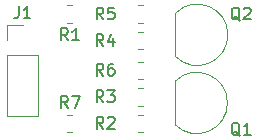
<source format=gbr>
%TF.GenerationSoftware,KiCad,Pcbnew,(6.0.5-0)*%
%TF.CreationDate,2022-06-15T16:59:53+05:30*%
%TF.ProjectId,CNY70_PCB,434e5937-305f-4504-9342-2e6b69636164,rev?*%
%TF.SameCoordinates,Original*%
%TF.FileFunction,Legend,Top*%
%TF.FilePolarity,Positive*%
%FSLAX46Y46*%
G04 Gerber Fmt 4.6, Leading zero omitted, Abs format (unit mm)*
G04 Created by KiCad (PCBNEW (6.0.5-0)) date 2022-06-15 16:59:53*
%MOMM*%
%LPD*%
G01*
G04 APERTURE LIST*
%ADD10C,0.150000*%
%ADD11C,0.120000*%
G04 APERTURE END LIST*
D10*
%TO.C,J1*%
X137916666Y-69347380D02*
X137916666Y-70061666D01*
X137869047Y-70204523D01*
X137773809Y-70299761D01*
X137630952Y-70347380D01*
X137535714Y-70347380D01*
X138916666Y-70347380D02*
X138345238Y-70347380D01*
X138630952Y-70347380D02*
X138630952Y-69347380D01*
X138535714Y-69490238D01*
X138440476Y-69585476D01*
X138345238Y-69633095D01*
%TO.C,R7*%
X142083333Y-77952380D02*
X141750000Y-77476190D01*
X141511904Y-77952380D02*
X141511904Y-76952380D01*
X141892857Y-76952380D01*
X141988095Y-77000000D01*
X142035714Y-77047619D01*
X142083333Y-77142857D01*
X142083333Y-77285714D01*
X142035714Y-77380952D01*
X141988095Y-77428571D01*
X141892857Y-77476190D01*
X141511904Y-77476190D01*
X142416666Y-76952380D02*
X143083333Y-76952380D01*
X142654761Y-77952380D01*
%TO.C,R6*%
X145083333Y-75202380D02*
X144750000Y-74726190D01*
X144511904Y-75202380D02*
X144511904Y-74202380D01*
X144892857Y-74202380D01*
X144988095Y-74250000D01*
X145035714Y-74297619D01*
X145083333Y-74392857D01*
X145083333Y-74535714D01*
X145035714Y-74630952D01*
X144988095Y-74678571D01*
X144892857Y-74726190D01*
X144511904Y-74726190D01*
X145940476Y-74202380D02*
X145750000Y-74202380D01*
X145654761Y-74250000D01*
X145607142Y-74297619D01*
X145511904Y-74440476D01*
X145464285Y-74630952D01*
X145464285Y-75011904D01*
X145511904Y-75107142D01*
X145559523Y-75154761D01*
X145654761Y-75202380D01*
X145845238Y-75202380D01*
X145940476Y-75154761D01*
X145988095Y-75107142D01*
X146035714Y-75011904D01*
X146035714Y-74773809D01*
X145988095Y-74678571D01*
X145940476Y-74630952D01*
X145845238Y-74583333D01*
X145654761Y-74583333D01*
X145559523Y-74630952D01*
X145511904Y-74678571D01*
X145464285Y-74773809D01*
%TO.C,R5*%
X145083333Y-70452380D02*
X144750000Y-69976190D01*
X144511904Y-70452380D02*
X144511904Y-69452380D01*
X144892857Y-69452380D01*
X144988095Y-69500000D01*
X145035714Y-69547619D01*
X145083333Y-69642857D01*
X145083333Y-69785714D01*
X145035714Y-69880952D01*
X144988095Y-69928571D01*
X144892857Y-69976190D01*
X144511904Y-69976190D01*
X145988095Y-69452380D02*
X145511904Y-69452380D01*
X145464285Y-69928571D01*
X145511904Y-69880952D01*
X145607142Y-69833333D01*
X145845238Y-69833333D01*
X145940476Y-69880952D01*
X145988095Y-69928571D01*
X146035714Y-70023809D01*
X146035714Y-70261904D01*
X145988095Y-70357142D01*
X145940476Y-70404761D01*
X145845238Y-70452380D01*
X145607142Y-70452380D01*
X145511904Y-70404761D01*
X145464285Y-70357142D01*
%TO.C,R4*%
X145083333Y-72702380D02*
X144750000Y-72226190D01*
X144511904Y-72702380D02*
X144511904Y-71702380D01*
X144892857Y-71702380D01*
X144988095Y-71750000D01*
X145035714Y-71797619D01*
X145083333Y-71892857D01*
X145083333Y-72035714D01*
X145035714Y-72130952D01*
X144988095Y-72178571D01*
X144892857Y-72226190D01*
X144511904Y-72226190D01*
X145940476Y-72035714D02*
X145940476Y-72702380D01*
X145702380Y-71654761D02*
X145464285Y-72369047D01*
X146083333Y-72369047D01*
%TO.C,R3*%
X145083333Y-77452380D02*
X144750000Y-76976190D01*
X144511904Y-77452380D02*
X144511904Y-76452380D01*
X144892857Y-76452380D01*
X144988095Y-76500000D01*
X145035714Y-76547619D01*
X145083333Y-76642857D01*
X145083333Y-76785714D01*
X145035714Y-76880952D01*
X144988095Y-76928571D01*
X144892857Y-76976190D01*
X144511904Y-76976190D01*
X145416666Y-76452380D02*
X146035714Y-76452380D01*
X145702380Y-76833333D01*
X145845238Y-76833333D01*
X145940476Y-76880952D01*
X145988095Y-76928571D01*
X146035714Y-77023809D01*
X146035714Y-77261904D01*
X145988095Y-77357142D01*
X145940476Y-77404761D01*
X145845238Y-77452380D01*
X145559523Y-77452380D01*
X145464285Y-77404761D01*
X145416666Y-77357142D01*
%TO.C,R2*%
X145083333Y-79702380D02*
X144750000Y-79226190D01*
X144511904Y-79702380D02*
X144511904Y-78702380D01*
X144892857Y-78702380D01*
X144988095Y-78750000D01*
X145035714Y-78797619D01*
X145083333Y-78892857D01*
X145083333Y-79035714D01*
X145035714Y-79130952D01*
X144988095Y-79178571D01*
X144892857Y-79226190D01*
X144511904Y-79226190D01*
X145464285Y-78797619D02*
X145511904Y-78750000D01*
X145607142Y-78702380D01*
X145845238Y-78702380D01*
X145940476Y-78750000D01*
X145988095Y-78797619D01*
X146035714Y-78892857D01*
X146035714Y-78988095D01*
X145988095Y-79130952D01*
X145416666Y-79702380D01*
X146035714Y-79702380D01*
%TO.C,R1*%
X142083333Y-72202380D02*
X141750000Y-71726190D01*
X141511904Y-72202380D02*
X141511904Y-71202380D01*
X141892857Y-71202380D01*
X141988095Y-71250000D01*
X142035714Y-71297619D01*
X142083333Y-71392857D01*
X142083333Y-71535714D01*
X142035714Y-71630952D01*
X141988095Y-71678571D01*
X141892857Y-71726190D01*
X141511904Y-71726190D01*
X143035714Y-72202380D02*
X142464285Y-72202380D01*
X142750000Y-72202380D02*
X142750000Y-71202380D01*
X142654761Y-71345238D01*
X142559523Y-71440476D01*
X142464285Y-71488095D01*
%TO.C,Q2*%
X156654761Y-70547619D02*
X156559523Y-70500000D01*
X156464285Y-70404761D01*
X156321428Y-70261904D01*
X156226190Y-70214285D01*
X156130952Y-70214285D01*
X156178571Y-70452380D02*
X156083333Y-70404761D01*
X155988095Y-70309523D01*
X155940476Y-70119047D01*
X155940476Y-69785714D01*
X155988095Y-69595238D01*
X156083333Y-69500000D01*
X156178571Y-69452380D01*
X156369047Y-69452380D01*
X156464285Y-69500000D01*
X156559523Y-69595238D01*
X156607142Y-69785714D01*
X156607142Y-70119047D01*
X156559523Y-70309523D01*
X156464285Y-70404761D01*
X156369047Y-70452380D01*
X156178571Y-70452380D01*
X156988095Y-69547619D02*
X157035714Y-69500000D01*
X157130952Y-69452380D01*
X157369047Y-69452380D01*
X157464285Y-69500000D01*
X157511904Y-69547619D01*
X157559523Y-69642857D01*
X157559523Y-69738095D01*
X157511904Y-69880952D01*
X156940476Y-70452380D01*
X157559523Y-70452380D01*
%TO.C,Q1*%
X156654761Y-80297619D02*
X156559523Y-80250000D01*
X156464285Y-80154761D01*
X156321428Y-80011904D01*
X156226190Y-79964285D01*
X156130952Y-79964285D01*
X156178571Y-80202380D02*
X156083333Y-80154761D01*
X155988095Y-80059523D01*
X155940476Y-79869047D01*
X155940476Y-79535714D01*
X155988095Y-79345238D01*
X156083333Y-79250000D01*
X156178571Y-79202380D01*
X156369047Y-79202380D01*
X156464285Y-79250000D01*
X156559523Y-79345238D01*
X156607142Y-79535714D01*
X156607142Y-79869047D01*
X156559523Y-80059523D01*
X156464285Y-80154761D01*
X156369047Y-80202380D01*
X156178571Y-80202380D01*
X157559523Y-80202380D02*
X156988095Y-80202380D01*
X157273809Y-80202380D02*
X157273809Y-79202380D01*
X157178571Y-79345238D01*
X157083333Y-79440476D01*
X156988095Y-79488095D01*
D11*
%TO.C,J1*%
X136920000Y-78635000D02*
X139580000Y-78635000D01*
X136920000Y-73495000D02*
X136920000Y-78635000D01*
X136920000Y-72225000D02*
X136920000Y-70895000D01*
X139580000Y-73495000D02*
X139580000Y-78635000D01*
X136920000Y-70895000D02*
X138250000Y-70895000D01*
X136920000Y-73495000D02*
X139580000Y-73495000D01*
%TO.C,R7*%
X142477064Y-79985000D02*
X142022936Y-79985000D01*
X142477064Y-78515000D02*
X142022936Y-78515000D01*
%TO.C,R6*%
X148022936Y-74015000D02*
X148477064Y-74015000D01*
X148022936Y-75485000D02*
X148477064Y-75485000D01*
%TO.C,R5*%
X148022936Y-69265000D02*
X148477064Y-69265000D01*
X148022936Y-70735000D02*
X148477064Y-70735000D01*
%TO.C,R4*%
X148477064Y-72985000D02*
X148022936Y-72985000D01*
X148477064Y-71515000D02*
X148022936Y-71515000D01*
%TO.C,R3*%
X148022936Y-76265000D02*
X148477064Y-76265000D01*
X148022936Y-77735000D02*
X148477064Y-77735000D01*
%TO.C,R2*%
X148477064Y-79985000D02*
X148022936Y-79985000D01*
X148477064Y-78515000D02*
X148022936Y-78515000D01*
%TO.C,R1*%
X142022936Y-69265000D02*
X142477064Y-69265000D01*
X142022936Y-70735000D02*
X142477064Y-70735000D01*
%TO.C,Q2*%
X151190000Y-69950000D02*
X151190000Y-73550000D01*
X151201522Y-73588478D02*
G75*
G03*
X155640000Y-71750000I1838478J1838478D01*
G01*
X155640001Y-71750000D02*
G75*
G03*
X151201522Y-69911522I-2600001J0D01*
G01*
%TO.C,Q1*%
X151150000Y-75720000D02*
X151150000Y-79320000D01*
X151161522Y-79358478D02*
G75*
G03*
X155600000Y-77520000I1838478J1838478D01*
G01*
X155600001Y-77520000D02*
G75*
G03*
X151161522Y-75681522I-2600001J0D01*
G01*
%TD*%
M02*

</source>
